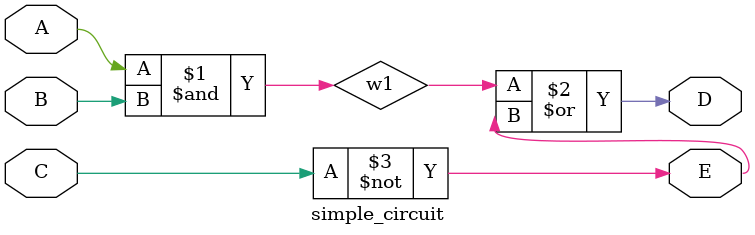
<source format=v>
module simple_circuit(A,B,C,D,E);

output D,E;

input A,B,C;

wire w1;

and G1(w1,A,B);

not G2(E,C);

or G3(D,w1,E);

endmodule
</source>
